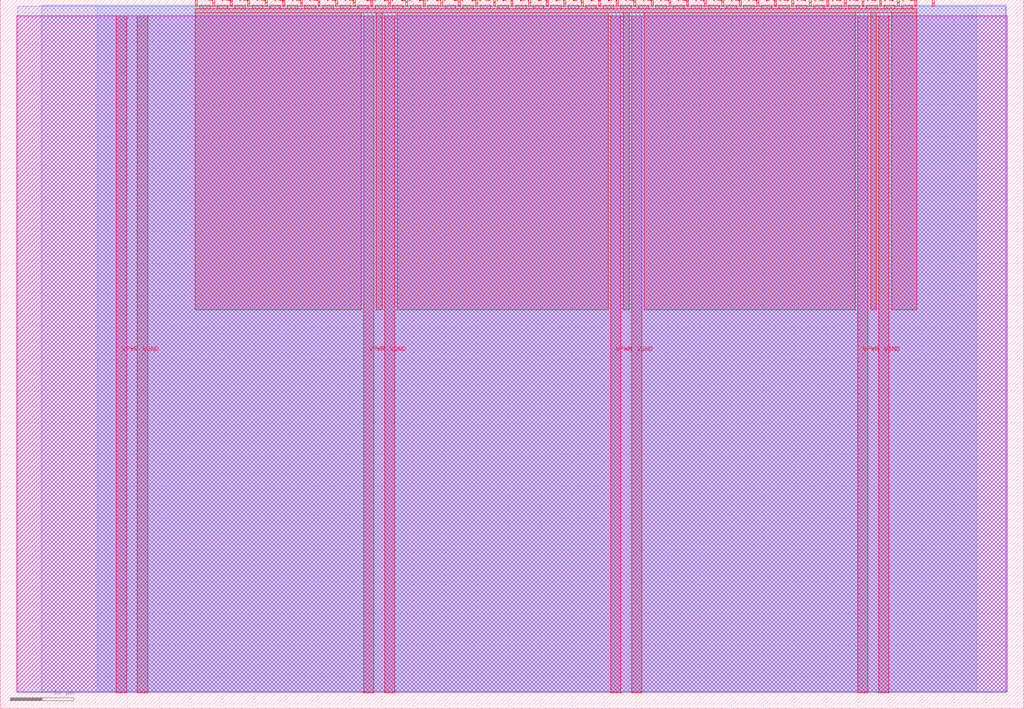
<source format=lef>
VERSION 5.7 ;
  NOWIREEXTENSIONATPIN ON ;
  DIVIDERCHAR "/" ;
  BUSBITCHARS "[]" ;
MACRO tt_um_gamepad_pmod_demo
  CLASS BLOCK ;
  FOREIGN tt_um_gamepad_pmod_demo ;
  ORIGIN 0.000 0.000 ;
  SIZE 161.000 BY 111.520 ;
  PIN VGND
    DIRECTION INOUT ;
    USE GROUND ;
    PORT
      LAYER met4 ;
        RECT 21.580 2.480 23.180 109.040 ;
    END
    PORT
      LAYER met4 ;
        RECT 60.450 2.480 62.050 109.040 ;
    END
    PORT
      LAYER met4 ;
        RECT 99.320 2.480 100.920 109.040 ;
    END
    PORT
      LAYER met4 ;
        RECT 138.190 2.480 139.790 109.040 ;
    END
  END VGND
  PIN VPWR
    DIRECTION INOUT ;
    USE POWER ;
    PORT
      LAYER met4 ;
        RECT 18.280 2.480 19.880 109.040 ;
    END
    PORT
      LAYER met4 ;
        RECT 57.150 2.480 58.750 109.040 ;
    END
    PORT
      LAYER met4 ;
        RECT 96.020 2.480 97.620 109.040 ;
    END
    PORT
      LAYER met4 ;
        RECT 134.890 2.480 136.490 109.040 ;
    END
  END VPWR
  PIN clk
    DIRECTION INPUT ;
    USE SIGNAL ;
    ANTENNAGATEAREA 0.852000 ;
    PORT
      LAYER met4 ;
        RECT 143.830 110.520 144.130 111.520 ;
    END
  END clk
  PIN ena
    DIRECTION INPUT ;
    USE SIGNAL ;
    PORT
      LAYER met4 ;
        RECT 146.590 110.520 146.890 111.520 ;
    END
  END ena
  PIN rst_n
    DIRECTION INPUT ;
    USE SIGNAL ;
    ANTENNAGATEAREA 0.196500 ;
    PORT
      LAYER met4 ;
        RECT 141.070 110.520 141.370 111.520 ;
    END
  END rst_n
  PIN ui_in[0]
    DIRECTION INPUT ;
    USE SIGNAL ;
    PORT
      LAYER met4 ;
        RECT 138.310 110.520 138.610 111.520 ;
    END
  END ui_in[0]
  PIN ui_in[1]
    DIRECTION INPUT ;
    USE SIGNAL ;
    PORT
      LAYER met4 ;
        RECT 135.550 110.520 135.850 111.520 ;
    END
  END ui_in[1]
  PIN ui_in[2]
    DIRECTION INPUT ;
    USE SIGNAL ;
    PORT
      LAYER met4 ;
        RECT 132.790 110.520 133.090 111.520 ;
    END
  END ui_in[2]
  PIN ui_in[3]
    DIRECTION INPUT ;
    USE SIGNAL ;
    PORT
      LAYER met4 ;
        RECT 130.030 110.520 130.330 111.520 ;
    END
  END ui_in[3]
  PIN ui_in[4]
    DIRECTION INPUT ;
    USE SIGNAL ;
    ANTENNAGATEAREA 0.196500 ;
    PORT
      LAYER met4 ;
        RECT 127.270 110.520 127.570 111.520 ;
    END
  END ui_in[4]
  PIN ui_in[5]
    DIRECTION INPUT ;
    USE SIGNAL ;
    ANTENNAGATEAREA 0.196500 ;
    PORT
      LAYER met4 ;
        RECT 124.510 110.520 124.810 111.520 ;
    END
  END ui_in[5]
  PIN ui_in[6]
    DIRECTION INPUT ;
    USE SIGNAL ;
    ANTENNAGATEAREA 0.196500 ;
    PORT
      LAYER met4 ;
        RECT 121.750 110.520 122.050 111.520 ;
    END
  END ui_in[6]
  PIN ui_in[7]
    DIRECTION INPUT ;
    USE SIGNAL ;
    PORT
      LAYER met4 ;
        RECT 118.990 110.520 119.290 111.520 ;
    END
  END ui_in[7]
  PIN uio_in[0]
    DIRECTION INPUT ;
    USE SIGNAL ;
    PORT
      LAYER met4 ;
        RECT 116.230 110.520 116.530 111.520 ;
    END
  END uio_in[0]
  PIN uio_in[1]
    DIRECTION INPUT ;
    USE SIGNAL ;
    PORT
      LAYER met4 ;
        RECT 113.470 110.520 113.770 111.520 ;
    END
  END uio_in[1]
  PIN uio_in[2]
    DIRECTION INPUT ;
    USE SIGNAL ;
    PORT
      LAYER met4 ;
        RECT 110.710 110.520 111.010 111.520 ;
    END
  END uio_in[2]
  PIN uio_in[3]
    DIRECTION INPUT ;
    USE SIGNAL ;
    PORT
      LAYER met4 ;
        RECT 107.950 110.520 108.250 111.520 ;
    END
  END uio_in[3]
  PIN uio_in[4]
    DIRECTION INPUT ;
    USE SIGNAL ;
    PORT
      LAYER met4 ;
        RECT 105.190 110.520 105.490 111.520 ;
    END
  END uio_in[4]
  PIN uio_in[5]
    DIRECTION INPUT ;
    USE SIGNAL ;
    PORT
      LAYER met4 ;
        RECT 102.430 110.520 102.730 111.520 ;
    END
  END uio_in[5]
  PIN uio_in[6]
    DIRECTION INPUT ;
    USE SIGNAL ;
    PORT
      LAYER met4 ;
        RECT 99.670 110.520 99.970 111.520 ;
    END
  END uio_in[6]
  PIN uio_in[7]
    DIRECTION INPUT ;
    USE SIGNAL ;
    PORT
      LAYER met4 ;
        RECT 96.910 110.520 97.210 111.520 ;
    END
  END uio_in[7]
  PIN uio_oe[0]
    DIRECTION OUTPUT ;
    USE SIGNAL ;
    PORT
      LAYER met4 ;
        RECT 49.990 110.520 50.290 111.520 ;
    END
  END uio_oe[0]
  PIN uio_oe[1]
    DIRECTION OUTPUT ;
    USE SIGNAL ;
    PORT
      LAYER met4 ;
        RECT 47.230 110.520 47.530 111.520 ;
    END
  END uio_oe[1]
  PIN uio_oe[2]
    DIRECTION OUTPUT ;
    USE SIGNAL ;
    PORT
      LAYER met4 ;
        RECT 44.470 110.520 44.770 111.520 ;
    END
  END uio_oe[2]
  PIN uio_oe[3]
    DIRECTION OUTPUT ;
    USE SIGNAL ;
    PORT
      LAYER met4 ;
        RECT 41.710 110.520 42.010 111.520 ;
    END
  END uio_oe[3]
  PIN uio_oe[4]
    DIRECTION OUTPUT ;
    USE SIGNAL ;
    PORT
      LAYER met4 ;
        RECT 38.950 110.520 39.250 111.520 ;
    END
  END uio_oe[4]
  PIN uio_oe[5]
    DIRECTION OUTPUT ;
    USE SIGNAL ;
    PORT
      LAYER met4 ;
        RECT 36.190 110.520 36.490 111.520 ;
    END
  END uio_oe[5]
  PIN uio_oe[6]
    DIRECTION OUTPUT ;
    USE SIGNAL ;
    PORT
      LAYER met4 ;
        RECT 33.430 110.520 33.730 111.520 ;
    END
  END uio_oe[6]
  PIN uio_oe[7]
    DIRECTION OUTPUT ;
    USE SIGNAL ;
    PORT
      LAYER met4 ;
        RECT 30.670 110.520 30.970 111.520 ;
    END
  END uio_oe[7]
  PIN uio_out[0]
    DIRECTION OUTPUT ;
    USE SIGNAL ;
    PORT
      LAYER met4 ;
        RECT 72.070 110.520 72.370 111.520 ;
    END
  END uio_out[0]
  PIN uio_out[1]
    DIRECTION OUTPUT ;
    USE SIGNAL ;
    PORT
      LAYER met4 ;
        RECT 69.310 110.520 69.610 111.520 ;
    END
  END uio_out[1]
  PIN uio_out[2]
    DIRECTION OUTPUT ;
    USE SIGNAL ;
    PORT
      LAYER met4 ;
        RECT 66.550 110.520 66.850 111.520 ;
    END
  END uio_out[2]
  PIN uio_out[3]
    DIRECTION OUTPUT ;
    USE SIGNAL ;
    PORT
      LAYER met4 ;
        RECT 63.790 110.520 64.090 111.520 ;
    END
  END uio_out[3]
  PIN uio_out[4]
    DIRECTION OUTPUT ;
    USE SIGNAL ;
    PORT
      LAYER met4 ;
        RECT 61.030 110.520 61.330 111.520 ;
    END
  END uio_out[4]
  PIN uio_out[5]
    DIRECTION OUTPUT ;
    USE SIGNAL ;
    PORT
      LAYER met4 ;
        RECT 58.270 110.520 58.570 111.520 ;
    END
  END uio_out[5]
  PIN uio_out[6]
    DIRECTION OUTPUT ;
    USE SIGNAL ;
    PORT
      LAYER met4 ;
        RECT 55.510 110.520 55.810 111.520 ;
    END
  END uio_out[6]
  PIN uio_out[7]
    DIRECTION OUTPUT ;
    USE SIGNAL ;
    PORT
      LAYER met4 ;
        RECT 52.750 110.520 53.050 111.520 ;
    END
  END uio_out[7]
  PIN uo_out[0]
    DIRECTION OUTPUT ;
    USE SIGNAL ;
    ANTENNADIFFAREA 0.445500 ;
    PORT
      LAYER met4 ;
        RECT 94.150 110.520 94.450 111.520 ;
    END
  END uo_out[0]
  PIN uo_out[1]
    DIRECTION OUTPUT ;
    USE SIGNAL ;
    ANTENNADIFFAREA 0.445500 ;
    PORT
      LAYER met4 ;
        RECT 91.390 110.520 91.690 111.520 ;
    END
  END uo_out[1]
  PIN uo_out[2]
    DIRECTION OUTPUT ;
    USE SIGNAL ;
    ANTENNADIFFAREA 0.445500 ;
    PORT
      LAYER met4 ;
        RECT 88.630 110.520 88.930 111.520 ;
    END
  END uo_out[2]
  PIN uo_out[3]
    DIRECTION OUTPUT ;
    USE SIGNAL ;
    ANTENNADIFFAREA 0.445500 ;
    PORT
      LAYER met4 ;
        RECT 85.870 110.520 86.170 111.520 ;
    END
  END uo_out[3]
  PIN uo_out[4]
    DIRECTION OUTPUT ;
    USE SIGNAL ;
    ANTENNADIFFAREA 0.445500 ;
    PORT
      LAYER met4 ;
        RECT 83.110 110.520 83.410 111.520 ;
    END
  END uo_out[4]
  PIN uo_out[5]
    DIRECTION OUTPUT ;
    USE SIGNAL ;
    ANTENNAGATEAREA 0.159000 ;
    ANTENNADIFFAREA 0.445500 ;
    PORT
      LAYER met4 ;
        RECT 80.350 110.520 80.650 111.520 ;
    END
  END uo_out[5]
  PIN uo_out[6]
    DIRECTION OUTPUT ;
    USE SIGNAL ;
    ANTENNAGATEAREA 0.318000 ;
    ANTENNADIFFAREA 0.445500 ;
    PORT
      LAYER met4 ;
        RECT 77.590 110.520 77.890 111.520 ;
    END
  END uo_out[6]
  PIN uo_out[7]
    DIRECTION OUTPUT ;
    USE SIGNAL ;
    ANTENNADIFFAREA 0.445500 ;
    PORT
      LAYER met4 ;
        RECT 74.830 110.520 75.130 111.520 ;
    END
  END uo_out[7]
  OBS
      LAYER nwell ;
        RECT 2.570 2.635 158.430 108.990 ;
      LAYER li1 ;
        RECT 2.760 2.635 158.240 108.885 ;
      LAYER met1 ;
        RECT 2.760 2.480 158.240 110.460 ;
      LAYER met2 ;
        RECT 6.540 2.535 158.140 110.685 ;
      LAYER met3 ;
        RECT 15.245 2.555 153.575 110.665 ;
      LAYER met4 ;
        RECT 31.370 110.120 33.030 110.665 ;
        RECT 34.130 110.120 35.790 110.665 ;
        RECT 36.890 110.120 38.550 110.665 ;
        RECT 39.650 110.120 41.310 110.665 ;
        RECT 42.410 110.120 44.070 110.665 ;
        RECT 45.170 110.120 46.830 110.665 ;
        RECT 47.930 110.120 49.590 110.665 ;
        RECT 50.690 110.120 52.350 110.665 ;
        RECT 53.450 110.120 55.110 110.665 ;
        RECT 56.210 110.120 57.870 110.665 ;
        RECT 58.970 110.120 60.630 110.665 ;
        RECT 61.730 110.120 63.390 110.665 ;
        RECT 64.490 110.120 66.150 110.665 ;
        RECT 67.250 110.120 68.910 110.665 ;
        RECT 70.010 110.120 71.670 110.665 ;
        RECT 72.770 110.120 74.430 110.665 ;
        RECT 75.530 110.120 77.190 110.665 ;
        RECT 78.290 110.120 79.950 110.665 ;
        RECT 81.050 110.120 82.710 110.665 ;
        RECT 83.810 110.120 85.470 110.665 ;
        RECT 86.570 110.120 88.230 110.665 ;
        RECT 89.330 110.120 90.990 110.665 ;
        RECT 92.090 110.120 93.750 110.665 ;
        RECT 94.850 110.120 96.510 110.665 ;
        RECT 97.610 110.120 99.270 110.665 ;
        RECT 100.370 110.120 102.030 110.665 ;
        RECT 103.130 110.120 104.790 110.665 ;
        RECT 105.890 110.120 107.550 110.665 ;
        RECT 108.650 110.120 110.310 110.665 ;
        RECT 111.410 110.120 113.070 110.665 ;
        RECT 114.170 110.120 115.830 110.665 ;
        RECT 116.930 110.120 118.590 110.665 ;
        RECT 119.690 110.120 121.350 110.665 ;
        RECT 122.450 110.120 124.110 110.665 ;
        RECT 125.210 110.120 126.870 110.665 ;
        RECT 127.970 110.120 129.630 110.665 ;
        RECT 130.730 110.120 132.390 110.665 ;
        RECT 133.490 110.120 135.150 110.665 ;
        RECT 136.250 110.120 137.910 110.665 ;
        RECT 139.010 110.120 140.670 110.665 ;
        RECT 141.770 110.120 143.430 110.665 ;
        RECT 30.655 109.440 144.145 110.120 ;
        RECT 30.655 62.735 56.750 109.440 ;
        RECT 59.150 62.735 60.050 109.440 ;
        RECT 62.450 62.735 95.620 109.440 ;
        RECT 98.020 62.735 98.920 109.440 ;
        RECT 101.320 62.735 134.490 109.440 ;
        RECT 136.890 62.735 137.790 109.440 ;
        RECT 140.190 62.735 144.145 109.440 ;
  END
END tt_um_gamepad_pmod_demo
END LIBRARY


</source>
